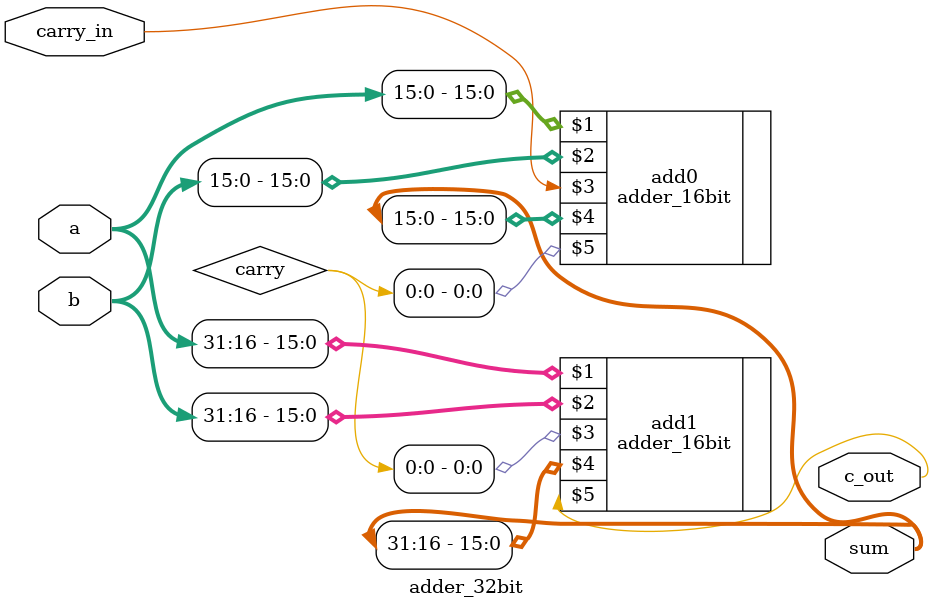
<source format=v>
`timescale 1ns / 1ps


module adder_32bit(
    input [31:0] a,
    input [31:0] b,
    input carry_in,
    output [31:0] sum,
    output c_out
    );
    wire [1:0] carry; // carry signal
    adder_16bit add0(a[15:0], b[15:0], carry_in, sum[15:0], carry[0]);
    adder_16bit add1(a[31:16], b[31:16], carry[0], sum[31:16], c_out);       
endmodule
</source>
